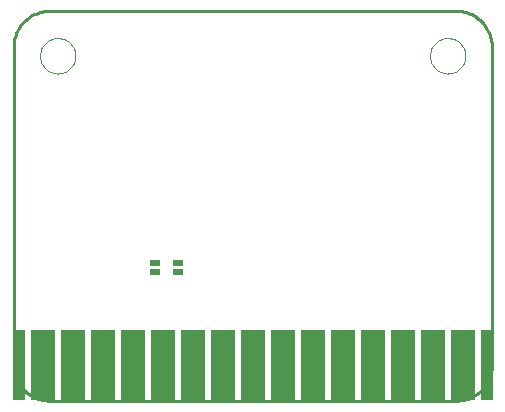
<source format=gbp>
G75*
G70*
%OFA0B0*%
%FSLAX24Y24*%
%IPPOS*%
%LPD*%
%AMOC8*
5,1,8,0,0,1.08239X$1,22.5*
%
%ADD10C,0.0100*%
%ADD11R,0.0787X0.2362*%
%ADD12R,0.0394X0.2362*%
%ADD13C,0.0000*%
%ADD14R,0.0350X0.0240*%
D10*
X001547Y001364D02*
X001547Y011956D01*
X001549Y012023D01*
X001555Y012090D01*
X001564Y012157D01*
X001577Y012223D01*
X001594Y012288D01*
X001614Y012352D01*
X001638Y012415D01*
X001666Y012477D01*
X001697Y012536D01*
X001731Y012594D01*
X001768Y012650D01*
X001809Y012704D01*
X001852Y012756D01*
X001898Y012805D01*
X001947Y012851D01*
X001999Y012894D01*
X002053Y012935D01*
X002109Y012972D01*
X002167Y013006D01*
X002226Y013037D01*
X002288Y013065D01*
X002351Y013089D01*
X002415Y013109D01*
X002480Y013126D01*
X002546Y013139D01*
X002613Y013148D01*
X002680Y013154D01*
X002747Y013156D01*
X016292Y013156D01*
X016359Y013154D01*
X016426Y013148D01*
X016493Y013139D01*
X016559Y013126D01*
X016624Y013109D01*
X016688Y013089D01*
X016751Y013065D01*
X016813Y013037D01*
X016872Y013006D01*
X016930Y012972D01*
X016986Y012935D01*
X017040Y012894D01*
X017092Y012851D01*
X017141Y012805D01*
X017187Y012756D01*
X017230Y012704D01*
X017271Y012650D01*
X017308Y012594D01*
X017342Y012536D01*
X017373Y012477D01*
X017401Y012415D01*
X017425Y012352D01*
X017445Y012288D01*
X017462Y012223D01*
X017475Y012157D01*
X017484Y012090D01*
X017490Y012023D01*
X017492Y011956D01*
X017492Y001364D01*
X017490Y001297D01*
X017484Y001230D01*
X017475Y001163D01*
X017462Y001097D01*
X017445Y001032D01*
X017425Y000968D01*
X017401Y000905D01*
X017373Y000843D01*
X017342Y000784D01*
X017308Y000726D01*
X017271Y000670D01*
X017230Y000616D01*
X017187Y000564D01*
X017141Y000515D01*
X017092Y000469D01*
X017040Y000426D01*
X016986Y000385D01*
X016930Y000348D01*
X016872Y000314D01*
X016813Y000283D01*
X016751Y000255D01*
X016688Y000231D01*
X016624Y000211D01*
X016559Y000194D01*
X016493Y000181D01*
X016426Y000172D01*
X016359Y000166D01*
X016292Y000164D01*
X002747Y000164D01*
X002680Y000166D01*
X002613Y000172D01*
X002546Y000181D01*
X002480Y000194D01*
X002415Y000211D01*
X002351Y000231D01*
X002288Y000255D01*
X002226Y000283D01*
X002167Y000314D01*
X002109Y000348D01*
X002053Y000385D01*
X001999Y000426D01*
X001947Y000469D01*
X001898Y000515D01*
X001852Y000564D01*
X001809Y000616D01*
X001768Y000670D01*
X001731Y000726D01*
X001697Y000784D01*
X001666Y000843D01*
X001638Y000905D01*
X001614Y000968D01*
X001594Y001032D01*
X001577Y001097D01*
X001564Y001163D01*
X001555Y001230D01*
X001549Y001297D01*
X001547Y001364D01*
D11*
X002519Y001348D03*
X003519Y001348D03*
X004519Y001348D03*
X005519Y001348D03*
X006519Y001348D03*
X007519Y001348D03*
X008519Y001348D03*
X009519Y001348D03*
X010519Y001348D03*
X011519Y001348D03*
X012519Y001348D03*
X013519Y001348D03*
X014519Y001348D03*
X015519Y001348D03*
X016519Y001348D03*
D12*
X017314Y001348D03*
X001724Y001348D03*
D13*
X002428Y011660D02*
X002430Y011708D01*
X002436Y011756D01*
X002446Y011803D01*
X002459Y011849D01*
X002477Y011894D01*
X002497Y011938D01*
X002522Y011980D01*
X002550Y012019D01*
X002580Y012056D01*
X002614Y012090D01*
X002651Y012122D01*
X002689Y012151D01*
X002730Y012176D01*
X002773Y012198D01*
X002818Y012216D01*
X002864Y012230D01*
X002911Y012241D01*
X002959Y012248D01*
X003007Y012251D01*
X003055Y012250D01*
X003103Y012245D01*
X003151Y012236D01*
X003197Y012224D01*
X003242Y012207D01*
X003286Y012187D01*
X003328Y012164D01*
X003368Y012137D01*
X003406Y012107D01*
X003441Y012074D01*
X003473Y012038D01*
X003503Y012000D01*
X003529Y011959D01*
X003551Y011916D01*
X003571Y011872D01*
X003586Y011827D01*
X003598Y011780D01*
X003606Y011732D01*
X003610Y011684D01*
X003610Y011636D01*
X003606Y011588D01*
X003598Y011540D01*
X003586Y011493D01*
X003571Y011448D01*
X003551Y011404D01*
X003529Y011361D01*
X003503Y011320D01*
X003473Y011282D01*
X003441Y011246D01*
X003406Y011213D01*
X003368Y011183D01*
X003328Y011156D01*
X003286Y011133D01*
X003242Y011113D01*
X003197Y011096D01*
X003151Y011084D01*
X003103Y011075D01*
X003055Y011070D01*
X003007Y011069D01*
X002959Y011072D01*
X002911Y011079D01*
X002864Y011090D01*
X002818Y011104D01*
X002773Y011122D01*
X002730Y011144D01*
X002689Y011169D01*
X002651Y011198D01*
X002614Y011230D01*
X002580Y011264D01*
X002550Y011301D01*
X002522Y011340D01*
X002497Y011382D01*
X002477Y011426D01*
X002459Y011471D01*
X002446Y011517D01*
X002436Y011564D01*
X002430Y011612D01*
X002428Y011660D01*
X015428Y011660D02*
X015430Y011708D01*
X015436Y011756D01*
X015446Y011803D01*
X015459Y011849D01*
X015477Y011894D01*
X015497Y011938D01*
X015522Y011980D01*
X015550Y012019D01*
X015580Y012056D01*
X015614Y012090D01*
X015651Y012122D01*
X015689Y012151D01*
X015730Y012176D01*
X015773Y012198D01*
X015818Y012216D01*
X015864Y012230D01*
X015911Y012241D01*
X015959Y012248D01*
X016007Y012251D01*
X016055Y012250D01*
X016103Y012245D01*
X016151Y012236D01*
X016197Y012224D01*
X016242Y012207D01*
X016286Y012187D01*
X016328Y012164D01*
X016368Y012137D01*
X016406Y012107D01*
X016441Y012074D01*
X016473Y012038D01*
X016503Y012000D01*
X016529Y011959D01*
X016551Y011916D01*
X016571Y011872D01*
X016586Y011827D01*
X016598Y011780D01*
X016606Y011732D01*
X016610Y011684D01*
X016610Y011636D01*
X016606Y011588D01*
X016598Y011540D01*
X016586Y011493D01*
X016571Y011448D01*
X016551Y011404D01*
X016529Y011361D01*
X016503Y011320D01*
X016473Y011282D01*
X016441Y011246D01*
X016406Y011213D01*
X016368Y011183D01*
X016328Y011156D01*
X016286Y011133D01*
X016242Y011113D01*
X016197Y011096D01*
X016151Y011084D01*
X016103Y011075D01*
X016055Y011070D01*
X016007Y011069D01*
X015959Y011072D01*
X015911Y011079D01*
X015864Y011090D01*
X015818Y011104D01*
X015773Y011122D01*
X015730Y011144D01*
X015689Y011169D01*
X015651Y011198D01*
X015614Y011230D01*
X015580Y011264D01*
X015550Y011301D01*
X015522Y011340D01*
X015497Y011382D01*
X015477Y011426D01*
X015459Y011471D01*
X015446Y011517D01*
X015436Y011564D01*
X015430Y011612D01*
X015428Y011660D01*
D14*
X007019Y004760D03*
X007019Y004460D03*
X006269Y004460D03*
X006269Y004760D03*
M02*

</source>
